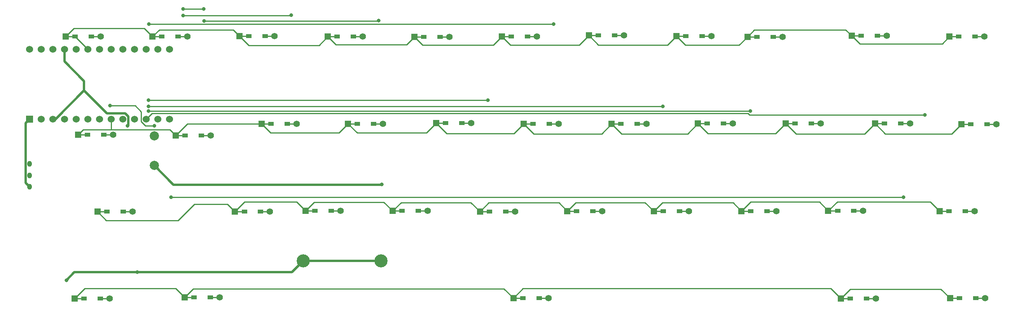
<source format=gbr>
%TF.GenerationSoftware,KiCad,Pcbnew,7.0.8*%
%TF.CreationDate,2024-11-13T13:09:42+09:00*%
%TF.ProjectId,cool337,636f6f6c-3333-4372-9e6b-696361645f70,rev?*%
%TF.SameCoordinates,Original*%
%TF.FileFunction,Copper,L1,Top*%
%TF.FilePolarity,Positive*%
%FSLAX46Y46*%
G04 Gerber Fmt 4.6, Leading zero omitted, Abs format (unit mm)*
G04 Created by KiCad (PCBNEW 7.0.8) date 2024-11-13 13:09:42*
%MOMM*%
%LPD*%
G01*
G04 APERTURE LIST*
%TA.AperFunction,ComponentPad*%
%ADD10R,1.397000X1.397000*%
%TD*%
%TA.AperFunction,SMDPad,CuDef*%
%ADD11R,1.300000X0.950000*%
%TD*%
%TA.AperFunction,ComponentPad*%
%ADD12C,1.397000*%
%TD*%
%TA.AperFunction,ComponentPad*%
%ADD13C,2.850000*%
%TD*%
%TA.AperFunction,ComponentPad*%
%ADD14C,2.000000*%
%TD*%
%TA.AperFunction,ComponentPad*%
%ADD15O,1.000000X1.300000*%
%TD*%
%TA.AperFunction,ComponentPad*%
%ADD16C,1.524000*%
%TD*%
%TA.AperFunction,ComponentPad*%
%ADD17R,1.524000X1.524000*%
%TD*%
%TA.AperFunction,ViaPad*%
%ADD18C,0.800000*%
%TD*%
%TA.AperFunction,Conductor*%
%ADD19C,0.500000*%
%TD*%
%TA.AperFunction,Conductor*%
%ADD20C,0.250000*%
%TD*%
G04 APERTURE END LIST*
D10*
%TO.P,D6,1,K*%
%TO.N,row0*%
X95910000Y-8330000D03*
D11*
X97945000Y-8330000D03*
%TO.P,D6,2,A*%
%TO.N,Net-(D6-A)*%
X101495000Y-8330000D03*
D12*
X103530000Y-8330000D03*
%TD*%
D10*
%TO.P,D20,1,K*%
%TO.N,row1*%
X157755000Y-27290000D03*
D11*
X159790000Y-27290000D03*
%TO.P,D20,2,A*%
%TO.N,Net-(D20-A)*%
X163340000Y-27290000D03*
D12*
X165375000Y-27290000D03*
%TD*%
D10*
%TO.P,D7,1,K*%
%TO.N,row0*%
X114920000Y-8080000D03*
D11*
X116955000Y-8080000D03*
%TO.P,D7,2,A*%
%TO.N,Net-(D7-A)*%
X120505000Y-8080000D03*
D12*
X122540000Y-8080000D03*
%TD*%
D10*
%TO.P,D31,1,K*%
%TO.N,row2*%
X167010000Y-46320000D03*
D11*
X169045000Y-46320000D03*
%TO.P,D31,2,A*%
%TO.N,Net-(D31-A)*%
X172595000Y-46320000D03*
D12*
X174630000Y-46320000D03*
%TD*%
D13*
%TO.P,BT1,1,+*%
%TO.N,BAT+*%
X69580000Y-57260000D03*
X52680000Y-57260000D03*
%TD*%
D10*
%TO.P,D8,1,K*%
%TO.N,row0*%
X133930000Y-8200000D03*
D11*
X135965000Y-8200000D03*
%TO.P,D8,2,A*%
%TO.N,Net-(D8-A)*%
X139515000Y-8200000D03*
D12*
X141550000Y-8200000D03*
%TD*%
D10*
%TO.P,D22,1,K*%
%TO.N,row1*%
X196005000Y-27410000D03*
D11*
X198040000Y-27410000D03*
%TO.P,D22,2,A*%
%TO.N,Net-(D22-A)*%
X201590000Y-27410000D03*
D12*
X203625000Y-27410000D03*
%TD*%
D10*
%TO.P,D34,1,K*%
%TO.N,row3*%
X26825000Y-65170000D03*
D11*
X28860000Y-65170000D03*
%TO.P,D34,2,A*%
%TO.N,Net-(D34-A)*%
X32410000Y-65170000D03*
D12*
X34445000Y-65170000D03*
%TD*%
D10*
%TO.P,D29,1,K*%
%TO.N,row2*%
X129000000Y-46420000D03*
D11*
X131035000Y-46420000D03*
%TO.P,D29,2,A*%
%TO.N,Net-(D29-A)*%
X134585000Y-46420000D03*
D12*
X136620000Y-46420000D03*
%TD*%
D10*
%TO.P,D23,1,K*%
%TO.N,row2*%
X7850000Y-46520000D03*
D11*
X9885000Y-46520000D03*
%TO.P,D23,2,A*%
%TO.N,Net-(D23-A)*%
X13435000Y-46520000D03*
D12*
X15470000Y-46520000D03*
%TD*%
D14*
%TO.P,SW39,1,1*%
%TO.N,Net-(U1-BOOT(RST))*%
X20220000Y-29950000D03*
%TO.P,SW39,2,2*%
%TO.N,GND*%
X20220000Y-36450000D03*
%TD*%
D10*
%TO.P,D24,1,K*%
%TO.N,row2*%
X37810000Y-46460000D03*
D11*
X39845000Y-46460000D03*
%TO.P,D24,2,A*%
%TO.N,Net-(D24-A)*%
X43395000Y-46460000D03*
D12*
X45430000Y-46460000D03*
%TD*%
D10*
%TO.P,D32,1,K*%
%TO.N,row2*%
X191275000Y-46390000D03*
D11*
X193310000Y-46390000D03*
%TO.P,D32,2,A*%
%TO.N,Net-(D32-A)*%
X196860000Y-46390000D03*
D12*
X198895000Y-46390000D03*
%TD*%
D10*
%TO.P,D26,1,K*%
%TO.N,row2*%
X72155000Y-46340000D03*
D11*
X74190000Y-46340000D03*
%TO.P,D26,2,A*%
%TO.N,Net-(D26-A)*%
X77740000Y-46340000D03*
D12*
X79775000Y-46340000D03*
%TD*%
D10*
%TO.P,D15,1,K*%
%TO.N,row1*%
X62425000Y-27330000D03*
D11*
X64460000Y-27330000D03*
%TO.P,D15,2,A*%
%TO.N,Net-(D15-A)*%
X68010000Y-27330000D03*
D12*
X70045000Y-27330000D03*
%TD*%
D10*
%TO.P,D2,1,K*%
%TO.N,row0*%
X19845000Y-8330000D03*
D11*
X21880000Y-8330000D03*
%TO.P,D2,2,A*%
%TO.N,Net-(D2-A)*%
X25430000Y-8330000D03*
D12*
X27465000Y-8330000D03*
%TD*%
D10*
%TO.P,D12,1,K*%
%TO.N,row1*%
X3660000Y-29750000D03*
D11*
X5695000Y-29750000D03*
%TO.P,D12,2,A*%
%TO.N,Net-(D12-A)*%
X9245000Y-29750000D03*
D12*
X11280000Y-29750000D03*
%TD*%
D10*
%TO.P,D36,1,K*%
%TO.N,row3*%
X169740000Y-65420000D03*
D11*
X171775000Y-65420000D03*
%TO.P,D36,2,A*%
%TO.N,Net-(D36-A)*%
X175325000Y-65420000D03*
D12*
X177360000Y-65420000D03*
%TD*%
D15*
%TO.P,SW38,1,1*%
%TO.N,Net-(U1-BAT)*%
X-6910000Y-41100000D03*
%TO.P,SW38,2,2*%
%TO.N,BAT+*%
X-6910000Y-38600000D03*
%TO.P,SW38,3*%
%TO.N,N/C*%
X-6910000Y-36100000D03*
%TD*%
D10*
%TO.P,D25,1,K*%
%TO.N,row2*%
X53150000Y-46280000D03*
D11*
X55185000Y-46280000D03*
%TO.P,D25,2,A*%
%TO.N,Net-(D25-A)*%
X58735000Y-46280000D03*
D12*
X60770000Y-46280000D03*
%TD*%
D10*
%TO.P,D3,1,K*%
%TO.N,row0*%
X38800000Y-8240000D03*
D11*
X40835000Y-8240000D03*
%TO.P,D3,2,A*%
%TO.N,Net-(D3-A)*%
X44385000Y-8240000D03*
D12*
X46420000Y-8240000D03*
%TD*%
D10*
%TO.P,D10,1,K*%
%TO.N,row0*%
X172110000Y-8140000D03*
D11*
X174145000Y-8140000D03*
%TO.P,D10,2,A*%
%TO.N,Net-(D10-A)*%
X177695000Y-8140000D03*
D12*
X179730000Y-8140000D03*
%TD*%
D16*
%TO.P,U1,1,PIN1(D3)*%
%TO.N,col0*%
X-4420000Y-11088600D03*
%TO.P,U1,2,PIN2(D2)*%
%TO.N,col1*%
X-1880000Y-11088600D03*
%TO.P,U1,3,GND*%
%TO.N,GND*%
X660000Y-11088600D03*
%TO.P,U1,4,GND*%
X3200000Y-11088600D03*
%TO.P,U1,5,PIN5(D1)*%
%TO.N,row0*%
X5740000Y-11088600D03*
%TO.P,U1,6,PIN6(D0)*%
%TO.N,col7*%
X8280000Y-11088600D03*
%TO.P,U1,7,PIN7(D4)*%
%TO.N,col5*%
X10820000Y-11088600D03*
%TO.P,U1,8,PIN8(C6)*%
%TO.N,col6*%
X13360000Y-11088600D03*
%TO.P,U1,9,PIN9(D7)*%
%TO.N,col2*%
X15900000Y-11088600D03*
%TO.P,U1,10,PIN10(E6)*%
%TO.N,col3*%
X18440000Y-11088600D03*
%TO.P,U1,11,PIN11(B4)*%
%TO.N,col4*%
X20980000Y-11088600D03*
%TO.P,U1,12,PIN12(B5)*%
%TO.N,unconnected-(U1-PIN12(B5)-Pad12)*%
X23520000Y-11088600D03*
%TO.P,U1,13,PIN13(B6)*%
%TO.N,unconnected-(U1-PIN13(B6)-Pad13)*%
X23520000Y-26308600D03*
%TO.P,U1,14,PIN14(B2)*%
%TO.N,unconnected-(U1-PIN14(B2)-Pad14)*%
X20980000Y-26308600D03*
%TO.P,U1,15,PIN15(B3)*%
%TO.N,col10*%
X18440000Y-26308600D03*
%TO.P,U1,16,PIN16(B1)*%
%TO.N,col9*%
X15900000Y-26308600D03*
%TO.P,U1,17,PIN17(F7)*%
%TO.N,col8*%
X13360000Y-26308600D03*
%TO.P,U1,18,PIN18(F6)*%
%TO.N,row1*%
X10820000Y-26308600D03*
%TO.P,U1,19,PIN19(F5)*%
%TO.N,row2*%
X8280000Y-26308600D03*
%TO.P,U1,20,PIN20(F4)*%
%TO.N,row3*%
X5740000Y-26308600D03*
%TO.P,U1,21,+4.3V*%
%TO.N,unconnected-(U1-+4.3V-Pad21)*%
X3200000Y-26308600D03*
%TO.P,U1,22,BOOT(RST)*%
%TO.N,Net-(U1-BOOT(RST))*%
X660000Y-26308600D03*
%TO.P,U1,23,GND*%
%TO.N,GND*%
X-1880000Y-26308600D03*
%TO.P,U1,24,+5V*%
%TO.N,VCC*%
X-4420000Y-26308600D03*
D17*
%TO.P,U1,25,BAT*%
%TO.N,Net-(U1-BAT)*%
X-6960000Y-26308600D03*
D16*
%TO.P,U1,26*%
%TO.N,N/C*%
X-6960000Y-11088600D03*
%TD*%
D10*
%TO.P,D35,1,K*%
%TO.N,row3*%
X98460000Y-65360000D03*
D11*
X100495000Y-65360000D03*
%TO.P,D35,2,A*%
%TO.N,Net-(D35-A)*%
X104045000Y-65360000D03*
D12*
X106080000Y-65360000D03*
%TD*%
D10*
%TO.P,D5,1,K*%
%TO.N,row0*%
X76910000Y-8360000D03*
D11*
X78945000Y-8360000D03*
%TO.P,D5,2,A*%
%TO.N,Net-(D5-A)*%
X82495000Y-8360000D03*
D12*
X84530000Y-8360000D03*
%TD*%
D10*
%TO.P,D30,1,K*%
%TO.N,row2*%
X148120000Y-46370000D03*
D11*
X150155000Y-46370000D03*
%TO.P,D30,2,A*%
%TO.N,Net-(D30-A)*%
X153705000Y-46370000D03*
D12*
X155740000Y-46370000D03*
%TD*%
D10*
%TO.P,D1,1,K*%
%TO.N,row0*%
X920000Y-8330000D03*
D11*
X2955000Y-8330000D03*
%TO.P,D1,2,A*%
%TO.N,Net-(D1-A)*%
X6505000Y-8330000D03*
D12*
X8540000Y-8330000D03*
%TD*%
D10*
%TO.P,D19,1,K*%
%TO.N,row1*%
X138615000Y-27260000D03*
D11*
X140650000Y-27260000D03*
%TO.P,D19,2,A*%
%TO.N,Net-(D19-A)*%
X144200000Y-27260000D03*
D12*
X146235000Y-27260000D03*
%TD*%
D10*
%TO.P,D18,1,K*%
%TO.N,row1*%
X119835000Y-27350000D03*
D11*
X121870000Y-27350000D03*
%TO.P,D18,2,A*%
%TO.N,Net-(D18-A)*%
X125420000Y-27350000D03*
D12*
X127455000Y-27350000D03*
%TD*%
D10*
%TO.P,D14,1,K*%
%TO.N,row1*%
X43635000Y-27340000D03*
D11*
X45670000Y-27340000D03*
%TO.P,D14,2,A*%
%TO.N,Net-(D14-A)*%
X49220000Y-27340000D03*
D12*
X51255000Y-27340000D03*
%TD*%
D10*
%TO.P,D13,1,K*%
%TO.N,row1*%
X24880000Y-29880000D03*
D11*
X26915000Y-29880000D03*
%TO.P,D13,2,A*%
%TO.N,Net-(D13-A)*%
X30465000Y-29880000D03*
D12*
X32500000Y-29880000D03*
%TD*%
D10*
%TO.P,D37,1,K*%
%TO.N,row3*%
X193555000Y-65370000D03*
D11*
X195590000Y-65370000D03*
%TO.P,D37,2,A*%
%TO.N,Net-(D37-A)*%
X199140000Y-65370000D03*
D12*
X201175000Y-65370000D03*
%TD*%
D10*
%TO.P,D9,1,K*%
%TO.N,row0*%
X149420000Y-8350000D03*
D11*
X151455000Y-8350000D03*
%TO.P,D9,2,A*%
%TO.N,Net-(D9-A)*%
X155005000Y-8350000D03*
D12*
X157040000Y-8350000D03*
%TD*%
D10*
%TO.P,D4,1,K*%
%TO.N,row0*%
X58040000Y-8310000D03*
D11*
X60075000Y-8310000D03*
%TO.P,D4,2,A*%
%TO.N,Net-(D4-A)*%
X63625000Y-8310000D03*
D12*
X65660000Y-8310000D03*
%TD*%
D10*
%TO.P,D33,1,K*%
%TO.N,row3*%
X2925000Y-65430000D03*
D11*
X4960000Y-65430000D03*
%TO.P,D33,2,A*%
%TO.N,Net-(D33-A)*%
X8510000Y-65430000D03*
D12*
X10545000Y-65430000D03*
%TD*%
D10*
%TO.P,D11,1,K*%
%TO.N,row0*%
X193420000Y-8340000D03*
D11*
X195455000Y-8340000D03*
%TO.P,D11,2,A*%
%TO.N,Net-(D11-A)*%
X199005000Y-8340000D03*
D12*
X201040000Y-8340000D03*
%TD*%
D10*
%TO.P,D17,1,K*%
%TO.N,row1*%
X100705000Y-27320000D03*
D11*
X102740000Y-27320000D03*
%TO.P,D17,2,A*%
%TO.N,Net-(D17-A)*%
X106290000Y-27320000D03*
D12*
X108325000Y-27320000D03*
%TD*%
D10*
%TO.P,D27,1,K*%
%TO.N,row2*%
X91155000Y-46470000D03*
D11*
X93190000Y-46470000D03*
%TO.P,D27,2,A*%
%TO.N,Net-(D27-A)*%
X96740000Y-46470000D03*
D12*
X98775000Y-46470000D03*
%TD*%
D10*
%TO.P,D16,1,K*%
%TO.N,row1*%
X81615000Y-27190000D03*
D11*
X83650000Y-27190000D03*
%TO.P,D16,2,A*%
%TO.N,Net-(D16-A)*%
X87200000Y-27190000D03*
D12*
X89235000Y-27190000D03*
%TD*%
D10*
%TO.P,D21,1,K*%
%TO.N,row1*%
X177195000Y-27280000D03*
D11*
X179230000Y-27280000D03*
%TO.P,D21,2,A*%
%TO.N,Net-(D21-A)*%
X182780000Y-27280000D03*
D12*
X184815000Y-27280000D03*
%TD*%
D10*
%TO.P,D28,1,K*%
%TO.N,row2*%
X110185000Y-46360000D03*
D11*
X112220000Y-46360000D03*
%TO.P,D28,2,A*%
%TO.N,Net-(D28-A)*%
X115770000Y-46360000D03*
D12*
X117805000Y-46360000D03*
%TD*%
D18*
%TO.N,BAT+*%
X16540000Y-59680000D03*
X1090000Y-61430000D03*
%TO.N,GND*%
X14390000Y-27750000D03*
X69740000Y-40570000D03*
%TO.N,col2*%
X26550000Y-2300000D03*
X31015000Y-2311620D03*
%TO.N,col3*%
X26550000Y-3700000D03*
X50065000Y-3640000D03*
%TO.N,col4*%
X69115000Y-4860000D03*
X31080000Y-4870000D03*
%TO.N,col5*%
X18967034Y-22182966D03*
X92927500Y-22170000D03*
%TO.N,col6*%
X107215000Y-5610000D03*
X19050000Y-5580000D03*
%TO.N,col7*%
X131027500Y-23510000D03*
X19000000Y-23520000D03*
%TO.N,col8*%
X150077500Y-24560000D03*
X18980000Y-24590000D03*
%TO.N,col9*%
X183415000Y-43380000D03*
X23850000Y-43390000D03*
%TO.N,col10*%
X188080000Y-25390000D03*
%TO.N,Net-(U1-BOOT(RST))*%
X20210000Y-27800000D03*
X10630000Y-23410000D03*
%TD*%
D19*
%TO.N,BAT+*%
X52680000Y-57260000D02*
X50240000Y-59700000D01*
X16540000Y-59680000D02*
X2840000Y-59680000D01*
X16560000Y-59700000D02*
X16540000Y-59680000D01*
X69580000Y-57260000D02*
X52680000Y-57260000D01*
X2840000Y-59680000D02*
X1090000Y-61430000D01*
X50240000Y-59700000D02*
X16560000Y-59700000D01*
%TO.N,GND*%
X20220000Y-36450000D02*
X24420000Y-40650000D01*
X24970000Y-40650000D02*
X69660000Y-40650000D01*
X14572000Y-27568000D02*
X14572000Y-25762000D01*
X660000Y-11088600D02*
X660000Y-13722505D01*
X4931250Y-20106245D02*
X-1271105Y-26308600D01*
X14390000Y-27750000D02*
X14572000Y-27568000D01*
X9921605Y-25096600D02*
X4931250Y-20106245D01*
X13906600Y-25096600D02*
X9921605Y-25096600D01*
X4931250Y-17993755D02*
X4931250Y-20106245D01*
X69660000Y-40650000D02*
X69740000Y-40570000D01*
X14572000Y-25762000D02*
X13906600Y-25096600D01*
X660000Y-13722505D02*
X4931250Y-17993755D01*
X24420000Y-40650000D02*
X24970000Y-40650000D01*
X-1271105Y-26308600D02*
X-1880000Y-26308600D01*
D20*
%TO.N,row0*%
X193420000Y-8340000D02*
X191830000Y-9930000D01*
X76910000Y-8360000D02*
X78680000Y-10130000D01*
X78945000Y-8360000D02*
X76910000Y-8360000D01*
X97945000Y-8330000D02*
X95910000Y-8330000D01*
X920000Y-8330000D02*
X2981400Y-8330000D01*
X40835000Y-8240000D02*
X38800000Y-8240000D01*
X116960000Y-10120000D02*
X132010000Y-10120000D01*
X2710000Y-6540000D02*
X18055000Y-6540000D01*
X75220000Y-10050000D02*
X76910000Y-8360000D01*
X78680000Y-10130000D02*
X94110000Y-10130000D01*
X920000Y-8330000D02*
X2710000Y-6540000D01*
X149420000Y-8350000D02*
X151455000Y-8350000D01*
X135880000Y-10150000D02*
X147620000Y-10150000D01*
X114920000Y-8080000D02*
X116960000Y-10120000D01*
X38800000Y-8240000D02*
X37407273Y-6847273D01*
X56130000Y-10220000D02*
X58040000Y-8310000D01*
X112820000Y-10180000D02*
X114920000Y-8080000D01*
X40780000Y-10220000D02*
X56130000Y-10220000D01*
X116955000Y-8080000D02*
X114920000Y-8080000D01*
X37407273Y-6847273D02*
X21327727Y-6847273D01*
X133930000Y-8200000D02*
X135880000Y-10150000D01*
X18055000Y-6540000D02*
X19845000Y-8330000D01*
X173900000Y-9930000D02*
X172110000Y-8140000D01*
X172110000Y-8140000D02*
X174145000Y-8140000D01*
X920000Y-8330000D02*
X2955000Y-8330000D01*
X59780000Y-10050000D02*
X75220000Y-10050000D01*
X147620000Y-10150000D02*
X149420000Y-8350000D01*
X38800000Y-8240000D02*
X40780000Y-10220000D01*
X97760000Y-10180000D02*
X112820000Y-10180000D01*
X60075000Y-8310000D02*
X58040000Y-8310000D01*
X150922727Y-6847273D02*
X149420000Y-8350000D01*
X170817273Y-6847273D02*
X150922727Y-6847273D01*
X132010000Y-10120000D02*
X133930000Y-8200000D01*
X135965000Y-8200000D02*
X133930000Y-8200000D01*
X193420000Y-8340000D02*
X195455000Y-8340000D01*
X95910000Y-8330000D02*
X97760000Y-10180000D01*
X58040000Y-8310000D02*
X59780000Y-10050000D01*
X19845000Y-8330000D02*
X21880000Y-8330000D01*
X2981400Y-8330000D02*
X5740000Y-11088600D01*
X94110000Y-10130000D02*
X95910000Y-8330000D01*
X21327727Y-6847273D02*
X19845000Y-8330000D01*
X191830000Y-9930000D02*
X173900000Y-9930000D01*
X172110000Y-8140000D02*
X170817273Y-6847273D01*
%TO.N,Net-(D1-A)*%
X8540000Y-8330000D02*
X6505000Y-8330000D01*
%TO.N,Net-(D2-A)*%
X27465000Y-8330000D02*
X25430000Y-8330000D01*
%TO.N,Net-(D3-A)*%
X46420000Y-8240000D02*
X44385000Y-8240000D01*
%TO.N,Net-(D4-A)*%
X65660000Y-8310000D02*
X63625000Y-8310000D01*
%TO.N,Net-(D5-A)*%
X84530000Y-8360000D02*
X82495000Y-8360000D01*
%TO.N,Net-(D6-A)*%
X103530000Y-8330000D02*
X101495000Y-8330000D01*
%TO.N,Net-(D7-A)*%
X122540000Y-8080000D02*
X120505000Y-8080000D01*
%TO.N,Net-(D8-A)*%
X141550000Y-8200000D02*
X139515000Y-8200000D01*
%TO.N,Net-(D9-A)*%
X157040000Y-8350000D02*
X155005000Y-8350000D01*
%TO.N,Net-(D10-A)*%
X179730000Y-8140000D02*
X177695000Y-8140000D01*
%TO.N,Net-(D11-A)*%
X201040000Y-8340000D02*
X199005000Y-8340000D01*
%TO.N,row1*%
X60465000Y-29290000D02*
X45585000Y-29290000D01*
X79495000Y-29310000D02*
X64405000Y-29310000D01*
X81615000Y-27190000D02*
X83650000Y-27190000D01*
X177195000Y-27280000D02*
X179230000Y-27280000D01*
X43635000Y-27340000D02*
X45670000Y-27340000D01*
X177195000Y-27280000D02*
X174945000Y-29530000D01*
X136365000Y-29510000D02*
X121995000Y-29510000D01*
X4785000Y-28625000D02*
X10840000Y-28625000D01*
X27420000Y-27340000D02*
X24880000Y-29880000D01*
X3660000Y-29750000D02*
X5695000Y-29750000D01*
X62425000Y-27330000D02*
X60465000Y-29290000D01*
X193885000Y-29530000D02*
X179445000Y-29530000D01*
X62425000Y-27330000D02*
X64460000Y-27330000D01*
X10820000Y-26308600D02*
X10820000Y-28605000D01*
X100705000Y-27320000D02*
X102740000Y-27320000D01*
X198040000Y-27410000D02*
X196005000Y-27410000D01*
X155575000Y-29470000D02*
X140825000Y-29470000D01*
X119835000Y-27350000D02*
X121870000Y-27350000D01*
X138615000Y-27260000D02*
X140650000Y-27260000D01*
X117675000Y-29510000D02*
X102895000Y-29510000D01*
X98575000Y-29450000D02*
X83875000Y-29450000D01*
X43635000Y-27340000D02*
X27420000Y-27340000D01*
X64405000Y-29310000D02*
X62425000Y-27330000D01*
X24880000Y-29880000D02*
X26915000Y-29880000D01*
X83875000Y-29450000D02*
X81615000Y-27190000D01*
X157755000Y-27290000D02*
X159790000Y-27290000D01*
X138615000Y-27260000D02*
X136365000Y-29510000D01*
X121995000Y-29510000D02*
X119835000Y-27350000D01*
X24880000Y-29880000D02*
X23625000Y-28625000D01*
X157755000Y-27290000D02*
X155575000Y-29470000D01*
X10820000Y-28605000D02*
X10840000Y-28625000D01*
X102895000Y-29510000D02*
X100705000Y-27320000D01*
X179445000Y-29530000D02*
X177195000Y-27280000D01*
X196005000Y-27410000D02*
X193885000Y-29530000D01*
X4785000Y-28625000D02*
X3660000Y-29750000D01*
X119835000Y-27350000D02*
X117675000Y-29510000D01*
X81615000Y-27190000D02*
X79495000Y-29310000D01*
X100705000Y-27320000D02*
X98575000Y-29450000D01*
X45585000Y-29290000D02*
X43635000Y-27340000D01*
X174945000Y-29530000D02*
X159995000Y-29530000D01*
X140825000Y-29470000D02*
X138615000Y-27260000D01*
X23625000Y-28625000D02*
X10840000Y-28625000D01*
X159995000Y-29530000D02*
X157755000Y-27290000D01*
%TO.N,Net-(D12-A)*%
X11280000Y-29750000D02*
X9245000Y-29750000D01*
%TO.N,Net-(D13-A)*%
X32500000Y-29880000D02*
X30465000Y-29880000D01*
%TO.N,Net-(D14-A)*%
X51255000Y-27340000D02*
X49220000Y-27340000D01*
%TO.N,Net-(D15-A)*%
X70045000Y-27330000D02*
X68010000Y-27330000D01*
%TO.N,Net-(D16-A)*%
X89235000Y-27190000D02*
X87200000Y-27190000D01*
%TO.N,Net-(D17-A)*%
X108325000Y-27320000D02*
X106290000Y-27320000D01*
%TO.N,Net-(D18-A)*%
X127455000Y-27350000D02*
X125420000Y-27350000D01*
%TO.N,Net-(D19-A)*%
X146235000Y-27260000D02*
X144200000Y-27260000D01*
%TO.N,Net-(D20-A)*%
X165375000Y-27290000D02*
X163340000Y-27290000D01*
%TO.N,Net-(D21-A)*%
X184815000Y-27280000D02*
X182780000Y-27280000D01*
%TO.N,Net-(D22-A)*%
X203625000Y-27410000D02*
X201590000Y-27410000D01*
%TO.N,row2*%
X72155000Y-46340000D02*
X74190000Y-46340000D01*
X129000000Y-46420000D02*
X131035000Y-46420000D01*
X25397273Y-48420000D02*
X28980000Y-44837273D01*
X191275000Y-46390000D02*
X193310000Y-46390000D01*
X108375000Y-44550000D02*
X93075000Y-44550000D01*
X130900000Y-44520000D02*
X129000000Y-46420000D01*
X72155000Y-46340000D02*
X70235000Y-44420000D01*
X150110000Y-44380000D02*
X148120000Y-46370000D01*
X168960000Y-44370000D02*
X189255000Y-44370000D01*
X37810000Y-46460000D02*
X39845000Y-46460000D01*
X53150000Y-46280000D02*
X55185000Y-46280000D01*
X70235000Y-44420000D02*
X55010000Y-44420000D01*
X167010000Y-46320000D02*
X169045000Y-46320000D01*
X91155000Y-46470000D02*
X89185000Y-44500000D01*
X39880000Y-44390000D02*
X37810000Y-46460000D01*
X167010000Y-46320000D02*
X168960000Y-44370000D01*
X93075000Y-44550000D02*
X91155000Y-46470000D01*
X9750000Y-48420000D02*
X25397273Y-48420000D01*
X28980000Y-44837273D02*
X36187273Y-44837273D01*
X51260000Y-44390000D02*
X39880000Y-44390000D01*
X110185000Y-46360000D02*
X108375000Y-44550000D01*
X148120000Y-46370000D02*
X146270000Y-44520000D01*
X73995000Y-44500000D02*
X72155000Y-46340000D01*
X36187273Y-44837273D02*
X37810000Y-46460000D01*
X55010000Y-44420000D02*
X53150000Y-46280000D01*
X53150000Y-46280000D02*
X51260000Y-44390000D01*
X7850000Y-46520000D02*
X9885000Y-46520000D01*
X91155000Y-46470000D02*
X93190000Y-46470000D01*
X89185000Y-44500000D02*
X73995000Y-44500000D01*
X146270000Y-44520000D02*
X130900000Y-44520000D01*
X127110000Y-44530000D02*
X112015000Y-44530000D01*
X129000000Y-46420000D02*
X127110000Y-44530000D01*
X165070000Y-44380000D02*
X150110000Y-44380000D01*
X112015000Y-44530000D02*
X110185000Y-46360000D01*
X189255000Y-44370000D02*
X191275000Y-46390000D01*
X7850000Y-46520000D02*
X9750000Y-48420000D01*
X148120000Y-46370000D02*
X150155000Y-46370000D01*
X110185000Y-46360000D02*
X112220000Y-46360000D01*
X167010000Y-46320000D02*
X165070000Y-44380000D01*
%TO.N,Net-(D23-A)*%
X15470000Y-46520000D02*
X13435000Y-46520000D01*
%TO.N,Net-(D24-A)*%
X45430000Y-46460000D02*
X43395000Y-46460000D01*
%TO.N,Net-(D25-A)*%
X60770000Y-46280000D02*
X58735000Y-46280000D01*
%TO.N,Net-(D26-A)*%
X79775000Y-46340000D02*
X77740000Y-46340000D01*
%TO.N,Net-(D27-A)*%
X98775000Y-46470000D02*
X96740000Y-46470000D01*
%TO.N,Net-(D28-A)*%
X117805000Y-46360000D02*
X115770000Y-46360000D01*
%TO.N,Net-(D29-A)*%
X136620000Y-46420000D02*
X134585000Y-46420000D01*
%TO.N,Net-(D30-A)*%
X155740000Y-46370000D02*
X153705000Y-46370000D01*
%TO.N,Net-(D31-A)*%
X174630000Y-46320000D02*
X172595000Y-46320000D01*
%TO.N,Net-(D32-A)*%
X198895000Y-46390000D02*
X196860000Y-46390000D01*
%TO.N,row3*%
X98460000Y-65360000D02*
X100495000Y-65360000D01*
X191565000Y-63380000D02*
X193555000Y-65370000D01*
X193555000Y-65370000D02*
X195590000Y-65370000D01*
X171780000Y-63380000D02*
X191565000Y-63380000D01*
X169740000Y-65420000D02*
X171780000Y-63380000D01*
X2925000Y-65430000D02*
X4960000Y-65430000D01*
X169740000Y-65420000D02*
X171775000Y-65420000D01*
X2925000Y-65430000D02*
X5075000Y-63280000D01*
X5075000Y-63280000D02*
X24935000Y-63280000D01*
X98460000Y-65360000D02*
X96392548Y-63292548D01*
X96392548Y-63292548D02*
X28702452Y-63292548D01*
X100547452Y-63272548D02*
X98460000Y-65360000D01*
X24935000Y-63280000D02*
X26825000Y-65170000D01*
X167592548Y-63272548D02*
X100547452Y-63272548D01*
X26825000Y-65170000D02*
X28860000Y-65170000D01*
X28702452Y-63292548D02*
X26825000Y-65170000D01*
X169740000Y-65420000D02*
X167592548Y-63272548D01*
%TO.N,Net-(D33-A)*%
X10545000Y-65430000D02*
X8510000Y-65430000D01*
%TO.N,Net-(D34-A)*%
X34445000Y-65170000D02*
X32410000Y-65170000D01*
%TO.N,Net-(D35-A)*%
X106080000Y-65360000D02*
X104045000Y-65360000D01*
%TO.N,Net-(D36-A)*%
X177360000Y-65420000D02*
X175325000Y-65420000D01*
%TO.N,Net-(D37-A)*%
X201175000Y-65370000D02*
X199140000Y-65370000D01*
%TO.N,col2*%
X26550000Y-2300000D02*
X31003380Y-2300000D01*
X31003380Y-2300000D02*
X31015000Y-2311620D01*
%TO.N,col3*%
X50005000Y-3700000D02*
X50065000Y-3640000D01*
X26550000Y-3700000D02*
X50005000Y-3700000D01*
%TO.N,col4*%
X69105000Y-4870000D02*
X69115000Y-4860000D01*
X31080000Y-4870000D02*
X69105000Y-4870000D01*
%TO.N,col5*%
X18967034Y-22182966D02*
X92914534Y-22182966D01*
X92914534Y-22182966D02*
X92927500Y-22170000D01*
%TO.N,col6*%
X19065000Y-5595000D02*
X107200000Y-5595000D01*
X107200000Y-5595000D02*
X107215000Y-5610000D01*
X19050000Y-5580000D02*
X19065000Y-5595000D01*
%TO.N,col7*%
X19000000Y-23520000D02*
X131017500Y-23520000D01*
X131017500Y-23520000D02*
X131027500Y-23510000D01*
%TO.N,col8*%
X150047500Y-24590000D02*
X150077500Y-24560000D01*
X18980000Y-24590000D02*
X150047500Y-24590000D01*
%TO.N,col9*%
X183405000Y-43390000D02*
X183415000Y-43380000D01*
X23850000Y-43390000D02*
X183405000Y-43390000D01*
%TO.N,col10*%
X149532195Y-25040000D02*
X149882195Y-25390000D01*
X149882195Y-25390000D02*
X188080000Y-25390000D01*
X18440000Y-26308600D02*
X19708600Y-25040000D01*
X19708600Y-25040000D02*
X149532195Y-25040000D01*
D19*
%TO.N,Net-(U1-BAT)*%
X-6910000Y-41100000D02*
X-7810000Y-40200000D01*
X-7810000Y-40200000D02*
X-7810000Y-27158600D01*
X-7810000Y-27158600D02*
X-6960000Y-26308600D01*
D20*
%TO.N,Net-(U1-BOOT(RST))*%
X17350000Y-24690000D02*
X17350000Y-26875000D01*
X18275000Y-27800000D02*
X20210000Y-27800000D01*
X10630000Y-23410000D02*
X16070000Y-23410000D01*
X17350000Y-26875000D02*
X18275000Y-27800000D01*
X16070000Y-23410000D02*
X17350000Y-24690000D01*
%TD*%
M02*

</source>
